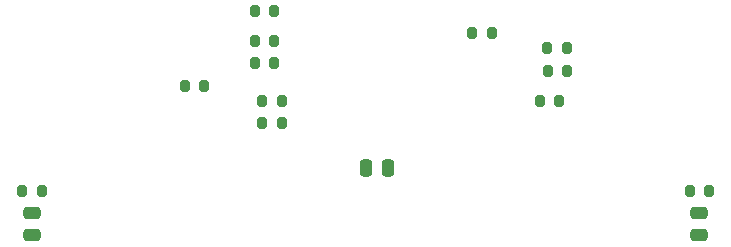
<source format=gbr>
%TF.GenerationSoftware,KiCad,Pcbnew,(6.0.5)*%
%TF.CreationDate,2024-03-24T23:16:05+02:00*%
%TF.ProjectId,SensingSubsystem,53656e73-696e-4675-9375-627379737465,rev?*%
%TF.SameCoordinates,Original*%
%TF.FileFunction,Paste,Top*%
%TF.FilePolarity,Positive*%
%FSLAX46Y46*%
G04 Gerber Fmt 4.6, Leading zero omitted, Abs format (unit mm)*
G04 Created by KiCad (PCBNEW (6.0.5)) date 2024-03-24 23:16:05*
%MOMM*%
%LPD*%
G01*
G04 APERTURE LIST*
G04 Aperture macros list*
%AMRoundRect*
0 Rectangle with rounded corners*
0 $1 Rounding radius*
0 $2 $3 $4 $5 $6 $7 $8 $9 X,Y pos of 4 corners*
0 Add a 4 corners polygon primitive as box body*
4,1,4,$2,$3,$4,$5,$6,$7,$8,$9,$2,$3,0*
0 Add four circle primitives for the rounded corners*
1,1,$1+$1,$2,$3*
1,1,$1+$1,$4,$5*
1,1,$1+$1,$6,$7*
1,1,$1+$1,$8,$9*
0 Add four rect primitives between the rounded corners*
20,1,$1+$1,$2,$3,$4,$5,0*
20,1,$1+$1,$4,$5,$6,$7,0*
20,1,$1+$1,$6,$7,$8,$9,0*
20,1,$1+$1,$8,$9,$2,$3,0*%
G04 Aperture macros list end*
%ADD10RoundRect,0.200000X-0.200000X-0.275000X0.200000X-0.275000X0.200000X0.275000X-0.200000X0.275000X0*%
%ADD11RoundRect,0.200000X0.200000X0.275000X-0.200000X0.275000X-0.200000X-0.275000X0.200000X-0.275000X0*%
%ADD12RoundRect,0.250000X-0.250000X-0.475000X0.250000X-0.475000X0.250000X0.475000X-0.250000X0.475000X0*%
%ADD13RoundRect,0.250000X-0.475000X0.250000X-0.475000X-0.250000X0.475000X-0.250000X0.475000X0.250000X0*%
G04 APERTURE END LIST*
D10*
%TO.C,R3*%
X173800000Y-131445000D03*
X175450000Y-131445000D03*
%TD*%
D11*
%TO.C,R7*%
X138620000Y-118745000D03*
X136970000Y-118745000D03*
%TD*%
D10*
%TO.C,R2*%
X155385000Y-118110000D03*
X157035000Y-118110000D03*
%TD*%
D12*
%TO.C,C2*%
X146370000Y-129540000D03*
X148270000Y-129540000D03*
%TD*%
D10*
%TO.C,R5*%
X137605000Y-125730000D03*
X139255000Y-125730000D03*
%TD*%
D11*
%TO.C,R1*%
X118935000Y-131445000D03*
X117285000Y-131445000D03*
%TD*%
D13*
%TO.C,C1*%
X118110000Y-133300000D03*
X118110000Y-135200000D03*
%TD*%
D11*
%TO.C,R4*%
X139255000Y-123825000D03*
X137605000Y-123825000D03*
%TD*%
D10*
%TO.C,R12*%
X162750000Y-123825000D03*
X161100000Y-123825000D03*
%TD*%
%TO.C,R8*%
X136970000Y-120650000D03*
X138620000Y-120650000D03*
%TD*%
%TO.C,R6*%
X131065000Y-122555000D03*
X132715000Y-122555000D03*
%TD*%
%TO.C,R10*%
X161735000Y-119380000D03*
X163385000Y-119380000D03*
%TD*%
%TO.C,R11*%
X161798500Y-121285000D03*
X163448500Y-121285000D03*
%TD*%
%TO.C,R9*%
X136970000Y-116205000D03*
X138620000Y-116205000D03*
%TD*%
D13*
%TO.C,C3*%
X174625000Y-133300000D03*
X174625000Y-135200000D03*
%TD*%
M02*

</source>
